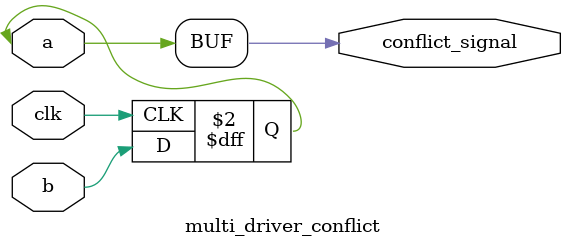
<source format=sv>
module multi_driver_conflict (
  input  logic clk,
  input  logic a,
  input  logic b,
  output logic conflict_signal
);
  
  // ERROR: conflict_signal has two drivers (multi-driver conflict)
  
  // Driver 1: continuous assignment
  assign conflict_signal = a;
  
  // Driver 2: always block
  always_ff @(posedge clk) begin
    conflict_signal <= b;
  end
  
  // This should be detected as a multi-driver conflict
  
endmodule


</source>
